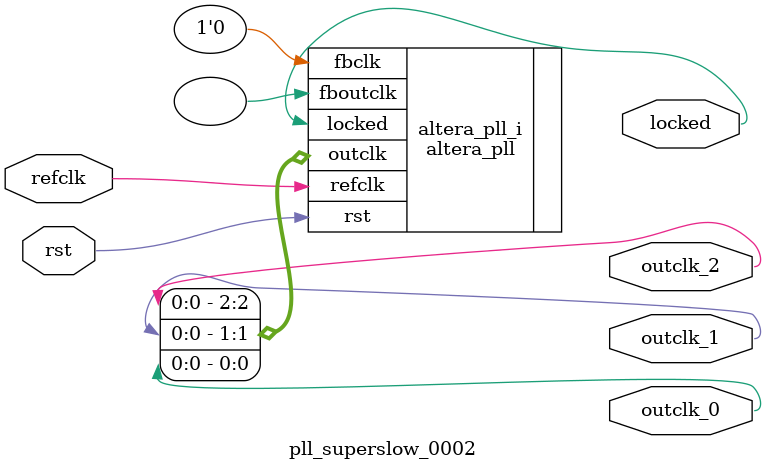
<source format=v>
`timescale 1ns/10ps
module  pll_superslow_0002(

	// interface 'refclk'
	input wire refclk,

	// interface 'reset'
	input wire rst,

	// interface 'outclk0'
	output wire outclk_0,

	// interface 'outclk1'
	output wire outclk_1,

	// interface 'outclk2'
	output wire outclk_2,

	// interface 'locked'
	output wire locked
);

	altera_pll #(
		.fractional_vco_multiplier("false"),
		.reference_clock_frequency("100.0 MHz"),
		.operation_mode("direct"),
		.number_of_clocks(3),
		.output_clock_frequency0("1.170960 MHz"),
		.phase_shift0("0 ps"),
		.duty_cycle0(50),
		.output_clock_frequency1("1.000000 MHz"),
		.phase_shift1("55556 ps"),
		.duty_cycle1(50),
		.output_clock_frequency2("1.000000 MHz"),
		.phase_shift2("511667 ps"),
		.duty_cycle2(50),
		.output_clock_frequency3("0 MHz"),
		.phase_shift3("0 ps"),
		.duty_cycle3(50),
		.output_clock_frequency4("0 MHz"),
		.phase_shift4("0 ps"),
		.duty_cycle4(50),
		.output_clock_frequency5("0 MHz"),
		.phase_shift5("0 ps"),
		.duty_cycle5(50),
		.output_clock_frequency6("0 MHz"),
		.phase_shift6("0 ps"),
		.duty_cycle6(50),
		.output_clock_frequency7("0 MHz"),
		.phase_shift7("0 ps"),
		.duty_cycle7(50),
		.output_clock_frequency8("0 MHz"),
		.phase_shift8("0 ps"),
		.duty_cycle8(50),
		.output_clock_frequency9("0 MHz"),
		.phase_shift9("0 ps"),
		.duty_cycle9(50),
		.output_clock_frequency10("0 MHz"),
		.phase_shift10("0 ps"),
		.duty_cycle10(50),
		.output_clock_frequency11("0 MHz"),
		.phase_shift11("0 ps"),
		.duty_cycle11(50),
		.output_clock_frequency12("0 MHz"),
		.phase_shift12("0 ps"),
		.duty_cycle12(50),
		.output_clock_frequency13("0 MHz"),
		.phase_shift13("0 ps"),
		.duty_cycle13(50),
		.output_clock_frequency14("0 MHz"),
		.phase_shift14("0 ps"),
		.duty_cycle14(50),
		.output_clock_frequency15("0 MHz"),
		.phase_shift15("0 ps"),
		.duty_cycle15(50),
		.output_clock_frequency16("0 MHz"),
		.phase_shift16("0 ps"),
		.duty_cycle16(50),
		.output_clock_frequency17("0 MHz"),
		.phase_shift17("0 ps"),
		.duty_cycle17(50),
		.pll_type("General"),
		.pll_subtype("General")
	) altera_pll_i (
		.rst	(rst),
		.outclk	({outclk_2, outclk_1, outclk_0}),
		.locked	(locked),
		.fboutclk	( ),
		.fbclk	(1'b0),
		.refclk	(refclk)
	);
endmodule


</source>
